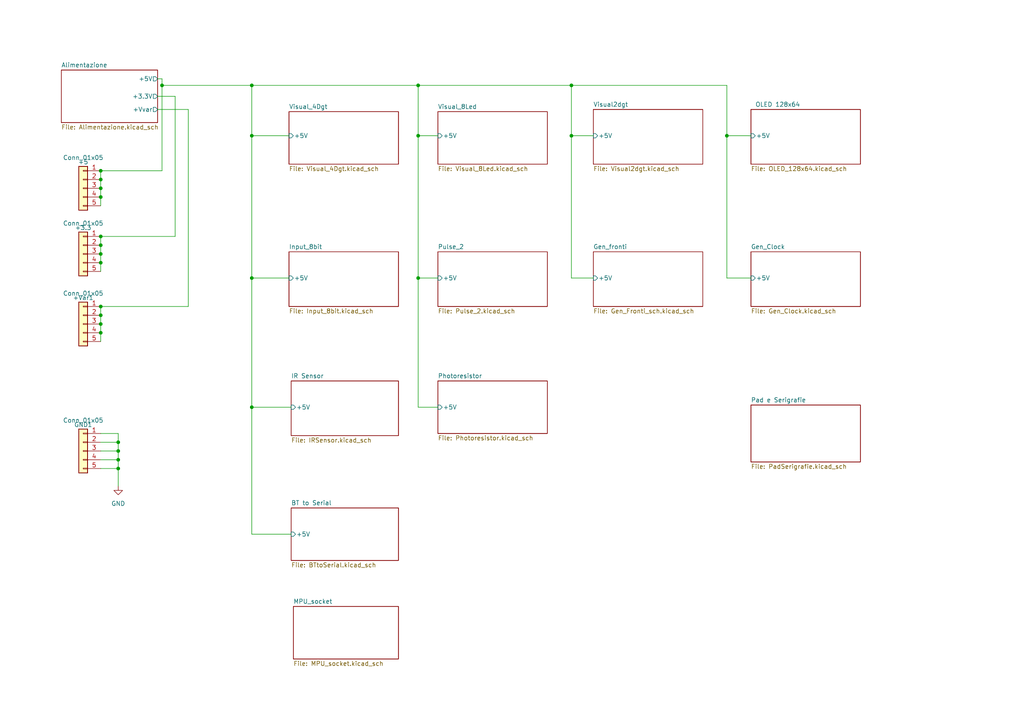
<source format=kicad_sch>
(kicad_sch (version 20211123) (generator eeschema)
  (paper "A4")
  (title_block (title "Progetto di DemoBoard per Elettronica Digitale") (date "2023-02-12") (rev "1") (company "Officine Einstein,  Roma") (comment 1 "IIS Einstein-Bachelet, Roma") (comment 3 "MP_23") (comment 4 "Laboratorio di Tecnologie e Progettazione di Sistemi Elettronici"))
  (lib_symbols
    (symbol "Connector_Generic:Conn_01x05" (pin_names (offset 1.016) hide)
      (property "Reference" "J" (at 0 7.62 0))
      (property "Value" "Conn_01x05" (at 0 -7.62 0))
      (symbol "Conn_01x05_1_1"
        (rectangle (start -1.27 -4.953) (end 0 -5.207) (stroke (width 0.1524)))
        (rectangle (start -1.27 -2.413) (end 0 -2.667) (stroke (width 0.1524)))
        (rectangle (start -1.27 0.127) (end 0 -0.127) (stroke (width 0.1524)))
        (rectangle (start -1.27 2.667) (end 0 2.413) (stroke (width 0.1524)))
        (rectangle (start -1.27 5.207) (end 0 4.953) (stroke (width 0.1524)))
        (rectangle (start -1.27 6.35) (end 1.27 -6.35) (stroke (width 0.254)) (fill (type background)))
        (pin passive line (at -5.08 5.08 0) (length 3.81) (name "Pin_1") (number "1"))
        (pin passive line (at -5.08 2.54 0) (length 3.81) (name "Pin_2") (number "2"))
        (pin passive line (at -5.08 0 0) (length 3.81) (name "Pin_3") (number "3"))
        (pin passive line (at -5.08 -2.54 0) (length 3.81) (name "Pin_4") (number "4"))
        (pin passive line (at -5.08 -5.08 0) (length 3.81) (name "Pin_5") (number "5"))
      )
    )
    (symbol "GND_1" (power) (pin_names (offset 0))
      (property "Value" "GND_1" (at 0 -3.81 0))
      (symbol "GND_1_0_1"
        (polyline (pts (xy 0 0) (xy 0 -1.27) (xy 1.27 -1.27) (xy 0 -2.54) (xy -1.27 -1.27) (xy 0 -1.27)))
      )
      (symbol "GND_1_1_1"
        (pin power_in line (at 0 0 270) (length 0) hide (name "GND") (number "1"))
      )
    )
  )
  (junction (at 121.285 80.645))
  (junction (at 29.21 71.12))
  (junction (at 29.21 88.9))
  (junction (at 29.21 93.98))
  (junction (at 29.21 57.15))
  (junction (at 73.025 39.37))
  (junction (at 73.025 118.11))
  (junction (at 34.29 133.35))
  (junction (at 165.735 24.765))
  (junction (at 34.29 135.89))
  (junction (at 210.82 39.37))
  (junction (at 29.21 68.58))
  (junction (at 46.99 24.765))
  (junction (at 121.285 24.765))
  (junction (at 73.025 24.765))
  (junction (at 29.21 91.44))
  (junction (at 121.285 39.37))
  (junction (at 29.21 96.52))
  (junction (at 29.21 54.61))
  (junction (at 73.025 80.645))
  (junction (at 29.21 52.07))
  (junction (at 34.29 130.81))
  (junction (at 29.21 73.66))
  (junction (at 165.735 39.37))
  (junction (at 29.21 49.53))
  (junction (at 29.21 76.2))
  (junction (at 34.29 128.27))
  (wire (pts (xy 54.61 31.75) (xy 54.61 88.9)))
  (wire (pts (xy 73.025 39.37) (xy 73.025 80.645)))
  (wire (pts (xy 29.21 88.9) (xy 29.21 91.44)))
  (wire (pts (xy 29.21 133.35) (xy 34.29 133.35)))
  (wire (pts (xy 29.21 93.98) (xy 29.21 96.52)))
  (wire (pts (xy 29.21 54.61) (xy 29.21 57.15)))
  (wire (pts (xy 46.99 24.765) (xy 73.025 24.765)))
  (wire (pts (xy 29.21 49.53) (xy 46.99 49.53)))
  (wire (pts (xy 29.21 68.58) (xy 50.8 68.58)))
  (wire (pts (xy 54.61 31.75) (xy 45.72 31.75)))
  (wire (pts (xy 121.285 24.765) (xy 121.285 39.37)))
  (wire (pts (xy 210.82 80.645) (xy 210.82 39.37)))
  (wire (pts (xy 34.29 133.35) (xy 34.29 130.81)))
  (wire (pts (xy 34.29 128.27) (xy 34.29 125.73)))
  (wire (pts (xy 127 39.37) (xy 121.285 39.37)))
  (wire (pts (xy 34.29 125.73) (xy 29.21 125.73)))
  (wire (pts (xy 127 80.645) (xy 121.285 80.645)))
  (wire (pts (xy 46.99 24.765) (xy 46.99 49.53)))
  (wire (pts (xy 210.82 24.765) (xy 165.735 24.765)))
  (wire (pts (xy 34.29 130.81) (xy 34.29 128.27)))
  (wire (pts (xy 29.21 52.07) (xy 29.21 54.61)))
  (wire (pts (xy 73.025 80.645) (xy 83.82 80.645)))
  (wire (pts (xy 54.61 88.9) (xy 29.21 88.9)))
  (wire (pts (xy 210.82 39.37) (xy 210.82 24.765)))
  (wire (pts (xy 73.025 118.11) (xy 84.455 118.11)))
  (wire (pts (xy 73.025 24.765) (xy 73.025 39.37)))
  (wire (pts (xy 29.21 73.66) (xy 29.21 76.2)))
  (wire (pts (xy 121.285 24.765) (xy 73.025 24.765)))
  (wire (pts (xy 172.085 80.645) (xy 165.735 80.645)))
  (wire (pts (xy 34.29 140.97) (xy 34.29 135.89)))
  (wire (pts (xy 29.21 57.15) (xy 29.21 59.69)))
  (wire (pts (xy 165.735 39.37) (xy 165.735 80.645)))
  (wire (pts (xy 34.29 135.89) (xy 34.29 133.35)))
  (wire (pts (xy 45.72 22.86) (xy 46.99 22.86)))
  (wire (pts (xy 29.21 71.12) (xy 29.21 73.66)))
  (wire (pts (xy 127 118.11) (xy 121.285 118.11)))
  (wire (pts (xy 29.21 68.58) (xy 29.21 71.12)))
  (wire (pts (xy 172.085 39.37) (xy 165.735 39.37)))
  (wire (pts (xy 73.025 118.11) (xy 73.025 154.94)))
  (wire (pts (xy 121.285 80.645) (xy 121.285 39.37)))
  (wire (pts (xy 73.025 154.94) (xy 84.455 154.94)))
  (wire (pts (xy 29.21 135.89) (xy 34.29 135.89)))
  (wire (pts (xy 29.21 91.44) (xy 29.21 93.98)))
  (wire (pts (xy 165.735 24.765) (xy 165.735 39.37)))
  (wire (pts (xy 46.99 22.86) (xy 46.99 24.765)))
  (wire (pts (xy 29.21 130.81) (xy 34.29 130.81)))
  (wire (pts (xy 73.025 80.645) (xy 73.025 118.11)))
  (wire (pts (xy 45.72 27.94) (xy 50.8 27.94)))
  (wire (pts (xy 29.21 76.2) (xy 29.21 78.74)))
  (wire (pts (xy 83.82 39.37) (xy 73.025 39.37)))
  (wire (pts (xy 29.21 128.27) (xy 34.29 128.27)))
  (wire (pts (xy 29.21 49.53) (xy 29.21 52.07)))
  (wire (pts (xy 165.735 24.765) (xy 121.285 24.765)))
  (wire (pts (xy 50.8 27.94) (xy 50.8 68.58)))
  (wire (pts (xy 121.285 118.11) (xy 121.285 80.645)))
  (wire (pts (xy 210.82 39.37) (xy 217.805 39.37)))
  (wire (pts (xy 29.21 96.52) (xy 29.21 99.06)))
  (wire (pts (xy 217.805 80.645) (xy 210.82 80.645)))
  (symbol (lib_id "Connector_Generic:Conn_01x05") (at 24.13 54.61 0) (mirror y) (unit 1)
    (property "Reference" "+5" (at 24.13 46.99 0))
    (property "Value" "Conn_01x05" (at 24.13 45.72 0))
  )
  (symbol (lib_name "GND_1") (lib_id "power:GND") (at 34.29 140.97 0) (unit 1)
    (property "Reference" "#PWR0102" (effects hide))
    (property "Value" "GND" (at 34.29 146.05 0))
  )
  (symbol (lib_id "Connector_Generic:Conn_01x05") (at 24.13 73.66 0) (mirror y) (unit 1)
    (property "Reference" "+3.3" (at 24.13 66.04 0))
    (property "Value" "Conn_01x05" (at 24.13 64.77 0))
    (property "Footprint" "Connector_PinHeader_2.54mm:PinHeader_1x05_P2.54mm_Vertical" (effects hide))
  )
  (symbol (lib_id "Connector_Generic:Conn_01x05") (at 24.13 93.98 0) (mirror y) (unit 1)
    (property "Reference" "+Var1" (at 24.13 86.36 0))
    (property "Value" "Conn_01x05" (at 24.13 85.09 0))
  )
  (symbol (lib_id "Connector_Generic:Conn_01x05") (at 24.13 130.81 0) (mirror y) (unit 1)
    (property "Reference" "GND1" (at 24.13 123.19 0))
    (property "Value" "Conn_01x05" (at 24.13 121.92 0))
  )
  (sheet (at 127 73.025) (size 31.75 15.875) (stroke (width 0.1524))
    (property "Sheet name" "Pulse_2" (at 127 72.3134 0) (effects (justify left bottom)))
    (property "Sheet file" "Pulse_2.kicad_sch" (at 127 89.4846 0) (effects (justify left top)))
    (pin "+5V" input (at 127 80.645 180))
  )
  (sheet (at 217.805 117.475) (size 31.75 16.51) (stroke (width 0.1524))
    (property "Sheet name" "Pad e Serigrafie" (at 217.805 116.7634 0) (effects (justify left bottom)))
    (property "Sheet file" "PadSerigrafie.kicad_sch" (at 217.805 134.5696 0) (effects (justify left top)))
  )
  (sheet (at 172.085 73.025) (size 31.75 15.875) (stroke (width 0.1524))
    (property "Sheet name" "Gen_fronti" (at 172.085 72.3134 0) (effects (justify left bottom)))
    (property "Sheet file" "Gen_Fronti_sch.kicad_sch" (at 172.085 89.4846 0) (effects (justify left top)))
    (pin "+5V" input (at 172.085 80.645 180))
  )
  (sheet (at 84.455 110.49) (size 31.115 15.875) (stroke (width 0.1524))
    (property "Sheet name" "IR Sensor" (at 84.455 109.7784 0) (effects (justify left bottom)))
    (property "Sheet file" "IRSensor.kicad_sch" (at 84.455 126.9496 0) (effects (justify left top)))
    (pin "+5V" input (at 84.455 118.11 180))
  )
  (sheet (at 83.82 32.385) (size 31.75 15.24) (stroke (width 0.1524))
    (property "Sheet name" "Visual_4Dgt" (at 83.82 31.6734 0) (effects (justify left bottom)))
    (property "Sheet file" "Visual_4Dgt.kicad_sch" (at 83.82 48.2096 0) (effects (justify left top)))
    (pin "+5V" input (at 83.82 39.37 180))
  )
  (sheet (at 85.09 175.895) (size 30.48 15.24) (stroke (width 0.1524))
    (property "Sheet name" "MPU_socket" (at 85.09 175.1834 0) (effects (justify left bottom)))
    (property "Sheet file" "MPU_socket.kicad_sch" (at 85.09 191.7196 0) (effects (justify left top)))
  )
  (sheet (at 217.805 73.025) (size 31.75 15.875) (stroke (width 0.1524))
    (property "Sheet name" "Gen_Clock" (at 217.805 72.3134 0) (effects (justify left bottom)))
    (property "Sheet file" "Gen_Clock.kicad_sch" (at 217.805 89.4846 0) (effects (justify left top)))
    (pin "+5V" input (at 217.805 80.645 180))
  )
  (sheet (at 127 110.49) (size 31.75 15.24) (stroke (width 0.1524))
    (property "Sheet name" "Photoresistor" (at 127 109.7784 0) (effects (justify left bottom)))
    (property "Sheet file" "Photoresistor.kicad_sch" (at 127 126.3146 0) (effects (justify left top)))
    (pin "+5V" input (at 127 118.11 180))
  )
  (sheet (at 172.085 31.75) (size 31.75 15.875) (stroke (width 0.1524))
    (property "Sheet name" "Visual2dgt" (at 172.085 31.0384 0) (effects (justify left bottom)))
    (property "Sheet file" "Visual2dgt.kicad_sch" (at 172.085 48.2096 0) (effects (justify left top)))
    (pin "+5V" input (at 172.085 39.37 180))
  )
  (sheet (at 127 32.385) (size 31.75 15.24) (stroke (width 0.1524))
    (property "Sheet name" "Visual_8Led" (at 127 31.6734 0) (effects (justify left bottom)))
    (property "Sheet file" "Visual_8Led.kicad_sch" (at 127 48.2096 0) (effects (justify left top)))
    (pin "+5V" input (at 127 39.37 180))
  )
  (sheet (at 83.82 73.025) (size 31.75 15.875) (stroke (width 0.1524))
    (property "Sheet name" "Input_8bit" (at 83.82 72.3134 0) (effects (justify left bottom)))
    (property "Sheet file" "Input_8bit.kicad_sch" (at 83.82 89.4846 0) (effects (justify left top)))
    (pin "+5V" input (at 83.82 80.645 180))
  )
  (sheet (at 84.455 147.32) (size 31.115 15.24) (stroke (width 0.1524))
    (property "Sheet name" "BT to Serial" (at 84.455 146.6084 0) (effects (justify left bottom)))
    (property "Sheet file" "BTtoSerial.kicad_sch" (at 84.455 163.1446 0) (effects (justify left top)))
    (pin "+5V" input (at 84.455 154.94 180))
  )
  (sheet (at 217.805 31.75) (size 31.75 15.875) (stroke (width 0.1524))
    (property "Sheet name" "OLED 128x64" (at 219.075 31.0384 0) (effects (justify left bottom)))
    (property "Sheet file" "OLED_128x64.kicad_sch" (at 217.805 48.2096 0) (effects (justify left top)))
    (pin "+5V" input (at 217.805 39.37 180))
  )
  (sheet (at 17.78 20.32) (size 27.94 15.24) (stroke (width 0.1524))
    (property "Sheet name" "Alimentazione" (at 17.78 19.6084 0) (effects (justify left bottom)))
    (property "Sheet file" "Alimentazione.kicad_sch" (at 17.78 36.1446 0) (effects (justify left top)))
    (pin "+5V" output (at 45.72 22.86 0))
    (pin "+Vvar" output (at 45.72 31.75 0))
    (pin "+3.3V" output (at 45.72 27.94 0))
  )
)
</source>
